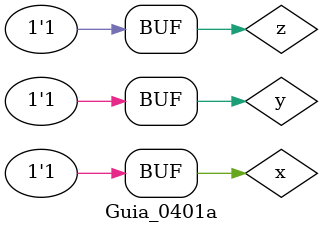
<source format=v>
/*
 Guia_0401a.v - v0.0. - 27 / 08 / 2022
 Autor    : Gabriel Vargas Bento de Souza
 Matricula: 778023
 */

/* TRUTH TABLE */

// x'.(y'+z')'

/**
 expression: x'
 */
module fxy1 (output s,
            input  x, y, z);
   assign s = ~x;
endmodule // fxy1

/**
 expression: y'
 */
module fxy2 (output s,
            input  x, y, z);
   assign s = ~y;
endmodule // fxy2

/**
 expression: z'
 */
module fxy3 (output s,
            input  x, y, z);
   assign s = ~z;
endmodule // fxy3

/**
 expression: y' + z'
 */
module fxy4 (output s,
            input  x, y, z);
   assign s = (~y | ~z);
endmodule // fxy4

/**
 expression: (y' + z')'
 */
module fxy5 (output s,
            input  x, y, z);
   assign s = ~(~y | ~z);
endmodule // fxy5

/**
 expression: x' . (y' + z')'
 */
module fxy6 (output s,
            input  x, y, z);
   assign s = ~x & ~(~y | ~z);
endmodule // fxy6

/**
  Guia_0401a.v
 */
module Guia_0401a;
   reg  x, y, z;
   wire s1, s2, s3, s4, s5, s6;
   
   // instancias
   fxy1 FXY1 (s1, x, y, z);
   fxy2 FXY2 (s2, x, y, z);
   fxy3 FXY3 (s3, x, y, z);
   fxy4 FXY4 (s4, x, y, z);
   fxy5 FXY5 (s5, x, y, z);
   fxy6 FXY6 (s6, x, y, z);
   
   // valores iniciais
   initial begin: start
      x=1'bx; y=1'bx; z=1'bx; // indefinidos
   end

   // parte principal
   initial begin: main
      // identificacao
       $display("Gabriel Vargas Bento de Souza - 778023");
       $display("Test boolean expression");
       $display("\n01.a) x'.(y'+z')'\n");

       // monitoramento
       $display(" x  y  z   x'   y'   z'  (y'+z')  (y'+z')'  x'.(y'+z')' ");
       $monitor("%2b %2b %2b %3b %4b %4b %6b %8b %11b", x, y, z, s1, s2, s3, s4, s5, s6);

       // sinalizacao
       #1 x=0; y=0; z=0;
       #1 x=0; y=0; z=1;
       #1 x=0; y=1; z=0;
       #1 x=0; y=1; z=1;
       #1 x=1; y=0; z=0;
       #1 x=1; y=0; z=1;
       #1 x=1; y=1; z=0;
       #1 x=1; y=1; z=1;
   end
endmodule // Guia_0401a

</source>
